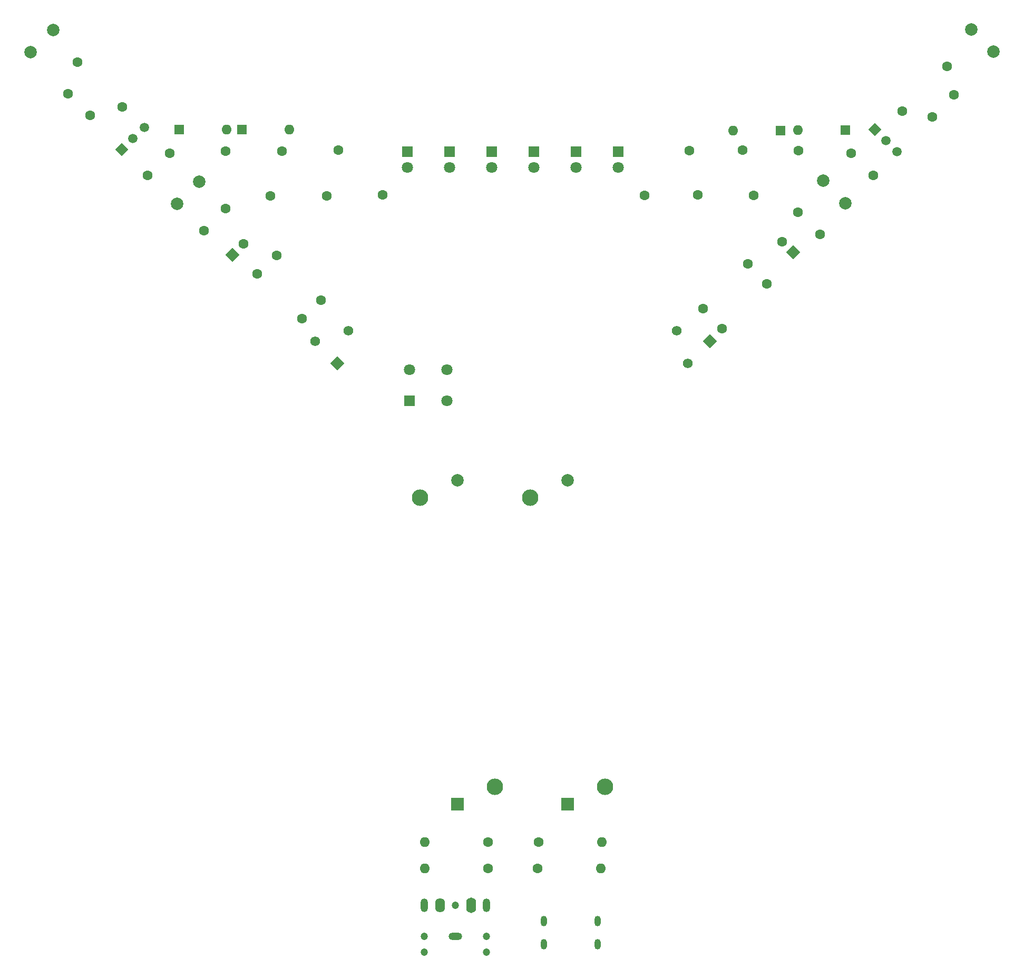
<source format=gbr>
%TF.GenerationSoftware,KiCad,Pcbnew,8.0.5*%
%TF.CreationDate,2025-02-07T15:20:11+08:00*%
%TF.ProjectId,bb,62622e6b-6963-4616-945f-706362585858,rev?*%
%TF.SameCoordinates,Original*%
%TF.FileFunction,Soldermask,Bot*%
%TF.FilePolarity,Negative*%
%FSLAX46Y46*%
G04 Gerber Fmt 4.6, Leading zero omitted, Abs format (unit mm)*
G04 Created by KiCad (PCBNEW 8.0.5) date 2025-02-07 15:20:11*
%MOMM*%
%LPD*%
G01*
G04 APERTURE LIST*
G04 Aperture macros list*
%AMHorizOval*
0 Thick line with rounded ends*
0 $1 width*
0 $2 $3 position (X,Y) of the first rounded end (center of the circle)*
0 $4 $5 position (X,Y) of the second rounded end (center of the circle)*
0 Add line between two ends*
20,1,$1,$2,$3,$4,$5,0*
0 Add two circle primitives to create the rounded ends*
1,1,$1,$2,$3*
1,1,$1,$4,$5*%
%AMRotRect*
0 Rectangle, with rotation*
0 The origin of the aperture is its center*
0 $1 length*
0 $2 width*
0 $3 Rotation angle, in degrees counterclockwise*
0 Add horizontal line*
21,1,$1,$2,0,0,$3*%
G04 Aperture macros list end*
%ADD10O,1.000000X1.700000*%
%ADD11C,1.600000*%
%ADD12R,1.600000X1.600000*%
%ADD13O,1.600000X1.600000*%
%ADD14HorizOval,1.600000X0.000000X0.000000X0.000000X0.000000X0*%
%ADD15HorizOval,1.600000X0.000000X0.000000X0.000000X0.000000X0*%
%ADD16R,1.800000X1.800000*%
%ADD17C,1.800000*%
%ADD18HorizOval,1.600000X0.000000X0.000000X0.000000X0.000000X0*%
%ADD19RotRect,1.600000X1.600000X135.000000*%
%ADD20RotRect,1.560000X1.560000X135.000000*%
%ADD21C,1.560000*%
%ADD22RotRect,1.500000X1.500000X45.000000*%
%ADD23C,1.500000*%
%ADD24C,2.000000*%
%ADD25HorizOval,1.600000X0.000000X0.000000X0.000000X0.000000X0*%
%ADD26RotRect,1.560000X1.560000X225.000000*%
%ADD27RotRect,1.600000X1.600000X45.000000*%
%ADD28C,1.200000*%
%ADD29O,1.200000X2.200000*%
%ADD30O,1.600000X2.300000*%
%ADD31O,2.200000X1.200000*%
%ADD32O,1.600000X2.500000*%
%ADD33RotRect,1.500000X1.500000X315.000000*%
%ADD34C,2.640000*%
%ADD35R,2.000000X2.000000*%
G04 APERTURE END LIST*
D10*
%TO.C,J4*%
X112450225Y-177450000D03*
X112450225Y-181250000D03*
X121090225Y-177450000D03*
X121090225Y-181250000D03*
%TD*%
D11*
%TO.C,C4*%
X57832233Y-66467767D03*
X61367767Y-62932233D03*
%TD*%
D12*
%TO.C,D3*%
X160900000Y-50300000D03*
D13*
X153280000Y-50300000D03*
%TD*%
D11*
%TO.C,R15*%
X144392103Y-53557898D03*
D14*
X137207898Y-60742103D03*
%TD*%
D11*
%TO.C,R16*%
X153342103Y-53600000D03*
D14*
X146157898Y-60784205D03*
%TD*%
D11*
%TO.C,R12*%
X70361846Y-53715795D03*
D15*
X77546051Y-60900000D03*
%TD*%
D16*
%TO.C,D6*%
X97303673Y-53760000D03*
D17*
X97303673Y-56300000D03*
%TD*%
D12*
%TO.C,D2*%
X63990001Y-50200000D03*
D13*
X71610001Y-50200000D03*
%TD*%
D11*
%TO.C,R10*%
X111610225Y-164750000D03*
D13*
X121770225Y-164750000D03*
%TD*%
D11*
%TO.C,R13*%
X79415794Y-53515795D03*
D15*
X86599999Y-60700000D03*
%TD*%
D11*
%TO.C,R1*%
X73600000Y-80600000D03*
D18*
X66415795Y-73415795D03*
%TD*%
D11*
%TO.C,R14*%
X135792103Y-53607898D03*
D14*
X128607898Y-60792103D03*
%TD*%
D11*
%TO.C,R4*%
X148250000Y-75050000D03*
D14*
X141065795Y-82234205D03*
%TD*%
D11*
%TO.C,C12*%
X153314466Y-63514466D03*
X156850000Y-67050000D03*
%TD*%
%TO.C,R7*%
X103450225Y-169050000D03*
D13*
X93290225Y-169050000D03*
%TD*%
D19*
%TO.C,C10*%
X152500000Y-70000000D03*
D11*
X150732233Y-68232233D03*
%TD*%
%TO.C,C11*%
X161832233Y-54032233D03*
X165367767Y-57567767D03*
%TD*%
D20*
%TO.C,RV1*%
X79291745Y-87835534D03*
D21*
X81059512Y-82532233D03*
X75756211Y-84300000D03*
%TD*%
D16*
%TO.C,D5*%
X90550000Y-53760000D03*
D17*
X90550000Y-56300000D03*
%TD*%
D22*
%TO.C,Q1*%
X44658507Y-53450610D03*
D23*
X46454558Y-51654559D03*
X48250609Y-49858508D03*
%TD*%
D12*
%TO.C,D4*%
X150500000Y-50400000D03*
D13*
X142880000Y-50400000D03*
%TD*%
D16*
%TO.C,D10*%
X124439775Y-53760000D03*
D17*
X124439775Y-56300000D03*
%TD*%
D11*
%TO.C,R11*%
X61307898Y-53707898D03*
D15*
X68492103Y-60892103D03*
%TD*%
D24*
%TO.C,L4*%
X157303949Y-58453949D03*
X160896051Y-62046051D03*
%TD*%
D11*
%TO.C,R3*%
X138057898Y-78992103D03*
D25*
X145242103Y-71807898D03*
%TD*%
D12*
%TO.C,D1*%
X53890000Y-50200000D03*
D13*
X61510000Y-50200000D03*
%TD*%
D11*
%TO.C,R5*%
X37507898Y-39407898D03*
D15*
X44692103Y-46592103D03*
%TD*%
D11*
%TO.C,C3*%
X52335534Y-54064466D03*
X48800000Y-57600000D03*
%TD*%
D24*
%TO.C,L1*%
X33600000Y-34200000D03*
X30007898Y-37792102D03*
%TD*%
D16*
%TO.C,SW1*%
X90900000Y-93800000D03*
D17*
X90900000Y-88800000D03*
X96900000Y-93800000D03*
X96900000Y-88800000D03*
%TD*%
D24*
%TO.C,L5*%
X184700000Y-37700000D03*
X181107898Y-34107898D03*
%TD*%
D11*
%TO.C,R9*%
X111490225Y-169050000D03*
D13*
X121650225Y-169050000D03*
%TD*%
D11*
%TO.C,R6*%
X177200000Y-40100000D03*
D14*
X170015795Y-47284205D03*
%TD*%
D26*
%TO.C,RV2*%
X139100000Y-84300000D03*
D21*
X133796699Y-82532233D03*
X135564466Y-87835534D03*
%TD*%
D27*
%TO.C,C2*%
X62447856Y-70352144D03*
D11*
X64215623Y-68584377D03*
%TD*%
%TO.C,C1*%
X39567767Y-47967767D03*
X36032233Y-44432233D03*
%TD*%
%TO.C,R8*%
X103450225Y-164750000D03*
D13*
X93290225Y-164750000D03*
%TD*%
D16*
%TO.C,D8*%
X110839775Y-53760000D03*
D17*
X110839775Y-56300000D03*
%TD*%
D28*
%TO.C,J2*%
X93270225Y-179950000D03*
X93270225Y-182450000D03*
X98270225Y-174950000D03*
X103270225Y-179950000D03*
X103270225Y-182450000D03*
D29*
X93270225Y-174950000D03*
D30*
X95770225Y-174950000D03*
D31*
X98270225Y-179950000D03*
D29*
X103270225Y-174950000D03*
D32*
X100770225Y-174950000D03*
%TD*%
D16*
%TO.C,D9*%
X117639775Y-53760000D03*
D17*
X117639775Y-56300000D03*
%TD*%
D16*
%TO.C,D7*%
X104057346Y-53760000D03*
D17*
X104057346Y-56300000D03*
%TD*%
D33*
%TO.C,Q2*%
X165607898Y-50207898D03*
D23*
X167403949Y-52003949D03*
X169200000Y-53800000D03*
%TD*%
D11*
%TO.C,R2*%
X69507898Y-70507898D03*
D15*
X76692103Y-77692103D03*
%TD*%
D11*
%TO.C,C8*%
X174832233Y-48167767D03*
X178367767Y-44632233D03*
%TD*%
D24*
%TO.C,L2*%
X53503949Y-62196051D03*
X57096051Y-58603949D03*
%TD*%
D34*
%TO.C,Battery2*%
X122260225Y-155900000D03*
X110270225Y-109420000D03*
D35*
X116265225Y-158650000D03*
D24*
X116265225Y-106660000D03*
%TD*%
D34*
%TO.C,Battery1*%
X104565225Y-155900000D03*
X92575225Y-109420000D03*
D35*
X98570225Y-158650000D03*
D24*
X98570225Y-106660000D03*
%TD*%
M02*

</source>
